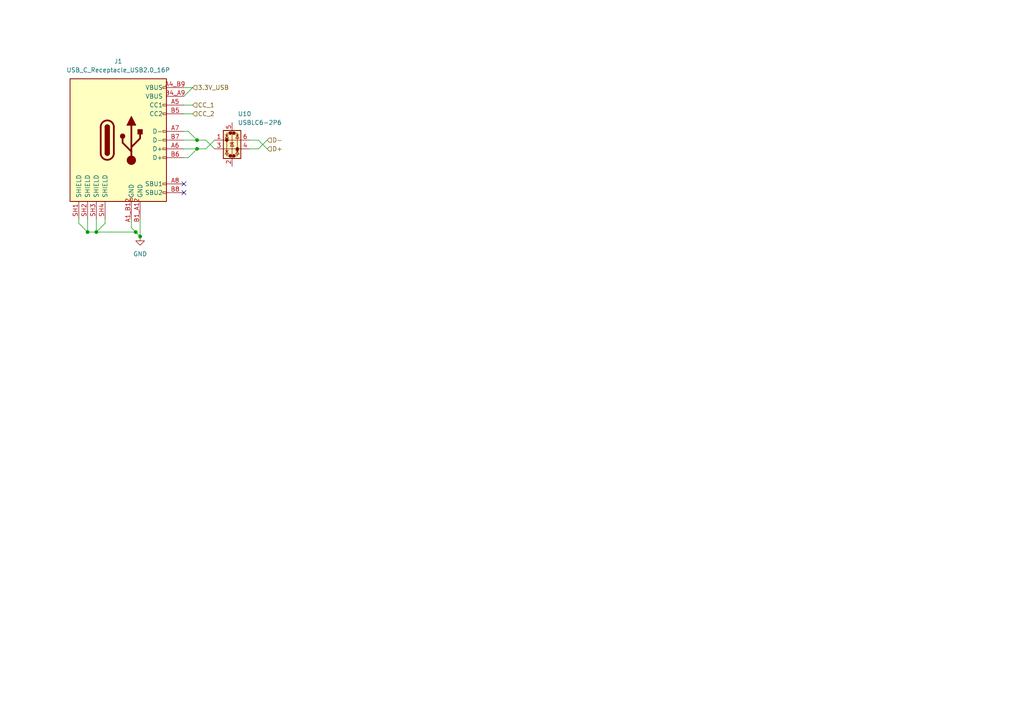
<source format=kicad_sch>
(kicad_sch (version 20250114) (generator "eeschema") (generator_version "9.0")
  (paper "A4")
  (lib_symbols
    (symbol "Connector:USB_C_Receptacle_USB2.0_16P" (pin_names (offset 1.016))
      (property "Reference" "J" (at 0 22.225 0))
      (property "Value" "USB_C_Receptacle_USB2.0_16P" (at 0 19.685 0))
      (symbol "USB_C_Receptacle_USB2.0_16P_0_0"
        (rectangle (start -0.254 -17.78) (end 0.254 -16.764))
        (rectangle (start 10.16 15.494) (end 9.144 14.986))
        (rectangle (start 10.16 10.414) (end 9.144 9.906))
        (rectangle (start 10.16 7.874) (end 9.144 7.366))
        (rectangle (start 10.16 2.794) (end 9.144 2.286))
        (rectangle (start 10.16 0.254) (end 9.144 -0.254))
        (rectangle (start 10.16 -2.286) (end 9.144 -2.794))
        (rectangle (start 10.16 -4.826) (end 9.144 -5.334))
        (rectangle (start 10.16 -12.446) (end 9.144 -12.954))
        (rectangle (start 10.16 -14.986) (end 9.144 -15.494))
      )
      (symbol "USB_C_Receptacle_USB2.0_16P_0_1"
        (rectangle (start -17.78 17.78) (end 10.16 -17.78) (stroke (width 0.254)) (fill (type background)))
        (polyline (pts (xy -8.89 -3.81) (xy -8.89 3.81)) (stroke (width 0.508)))
        (rectangle (start -7.62 -3.81) (end -6.35 3.81) (stroke (width 0.254)) (fill (type outline)))
        (arc (start -7.62 3.81) (mid -6.985 4.4423) (end -6.35 3.81) (stroke (width 0.254)))
        (arc (start -7.62 3.81) (mid -6.985 4.4423) (end -6.35 3.81) (stroke (width 0.254)) (fill (type outline)))
        (arc (start -8.89 3.81) (mid -6.985 5.7067) (end -5.08 3.81) (stroke (width 0.508)))
        (arc (start -5.08 -3.81) (mid -6.985 -5.7067) (end -8.89 -3.81) (stroke (width 0.508)))
        (arc (start -6.35 -3.81) (mid -6.985 -4.4423) (end -7.62 -3.81) (stroke (width 0.254)))
        (arc (start -6.35 -3.81) (mid -6.985 -4.4423) (end -7.62 -3.81) (stroke (width 0.254)) (fill (type outline)))
        (polyline (pts (xy -5.08 3.81) (xy -5.08 -3.81)) (stroke (width 0.508)))
        (circle (center -2.54 1.143) (radius 0.635) (stroke (width 0.254)) (fill (type outline)))
        (polyline (pts (xy -1.27 4.318) (xy 0 6.858) (xy 1.27 4.318) (xy -1.27 4.318)) (stroke (width 0.254)) (fill (type outline)))
        (polyline (pts (xy 0 -2.032) (xy 2.54 0.508) (xy 2.54 1.778)) (stroke (width 0.508)))
        (polyline (pts (xy 0 -3.302) (xy -2.54 -0.762) (xy -2.54 0.508)) (stroke (width 0.508)))
        (polyline (pts (xy 0 -5.842) (xy 0 4.318)) (stroke (width 0.508)))
        (circle (center 0 -5.842) (radius 1.27) (fill (type outline)))
        (rectangle (start 1.905 1.778) (end 3.175 3.048) (stroke (width 0.254)) (fill (type outline)))
      )
      (symbol "USB_C_Receptacle_USB2.0_16P_1_1"
        (pin passive line (at -15.24 -22.86 90) (length 5.08) (name "SHIELD") (number "SH1"))
        (pin passive line (at -12.7 -22.86 90) (length 5.08) (name "SHIELD") (number "SH2"))
        (pin passive line (at -10.16 -22.86 90) (length 5.08) (name "SHIELD") (number "SH3"))
        (pin passive line (at -7.62 -22.86 90) (length 5.08) (name "SHIELD") (number "SH4"))
        (pin passive line (at 0 -22.86 90) (length 5.08) (hide yes) (name "GND") (number "A12"))
        (pin passive line (at 0 -22.86 90) (length 5.08) (name "GND") (number "A1_B12"))
        (pin passive line (at 0 -22.86 90) (length 5.08) (hide yes) (name "GND") (number "B1"))
        (pin passive line (at 0 -22.86 90) (length 5.08) (hide yes) (name "GND") (number "B12"))
        (pin passive line (at 2.54 -22.86 90) (length 5.08) (name "GND") (number "B1_A12"))
        (pin passive line (at 15.24 15.24 180) (length 5.08) (name "VBUS") (number "A4_B9"))
        (pin passive line (at 15.24 15.24 180) (length 5.08) (hide yes) (name "VBUS") (number "A9"))
        (pin passive line (at 15.24 15.24 180) (length 5.08) (hide yes) (name "VBUS") (number "B4"))
        (pin passive line (at 15.24 15.24 180) (length 5.08) (hide yes) (name "VBUS") (number "B9"))
        (pin passive line (at 15.24 12.7 180) (length 5.08) (name "VBUS") (number "B4_A9"))
        (pin bidirectional line (at 15.24 10.16 180) (length 5.08) (name "CC1") (number "A5"))
        (pin bidirectional line (at 15.24 7.62 180) (length 5.08) (name "CC2") (number "B5"))
        (pin bidirectional line (at 15.24 2.54 180) (length 5.08) (name "D-") (number "A7"))
        (pin bidirectional line (at 15.24 0 180) (length 5.08) (name "D-") (number "B7"))
        (pin bidirectional line (at 15.24 -2.54 180) (length 5.08) (name "D+") (number "A6"))
        (pin bidirectional line (at 15.24 -5.08 180) (length 5.08) (name "D+") (number "B6"))
        (pin bidirectional line (at 15.24 -12.7 180) (length 5.08) (name "SBU1") (number "A8"))
        (pin bidirectional line (at 15.24 -15.24 180) (length 5.08) (name "SBU2") (number "B8"))
      )
    )
    (symbol "Power_Protection:USBLC6-2P6" (pin_names (hide yes))
      (property "Reference" "U" (at 0.635 5.715 0))
      (property "Value" "USBLC6-2P6" (at 0.635 3.81 0))
      (symbol "USBLC6-2P6_0_0"
        (circle (center -1.524 0) (radius 0.0001) (stroke (width 0.508)))
        (circle (center -0.508 2.032) (radius 0.0001) (stroke (width 0.508)))
        (circle (center -0.508 -4.572) (radius 0.0001) (stroke (width 0.508)))
        (circle (center 0.508 2.032) (radius 0.0001) (stroke (width 0.508)))
        (circle (center 0.508 -4.572) (radius 0.0001) (stroke (width 0.508)))
        (circle (center 1.524 -2.54) (radius 0.0001) (stroke (width 0.508)))
      )
      (symbol "USBLC6-2P6_0_1"
        (polyline (pts (xy -2.54 0) (xy 2.54 0)))
        (polyline (pts (xy -2.54 -2.54) (xy 2.54 -2.54)))
        (polyline (pts (xy -2.032 0.508) (xy -1.016 0.508) (xy -1.524 1.524) (xy -2.032 0.508)))
        (polyline (pts (xy -2.032 -3.048) (xy -1.016 -3.048)))
        (polyline (pts (xy -1.016 1.524) (xy -2.032 1.524)))
        (polyline (pts (xy -1.016 -4.064) (xy -2.032 -4.064) (xy -1.524 -3.048) (xy -1.016 -4.064)))
        (polyline (pts (xy -0.508 -1.143) (xy -0.508 -0.762) (xy 0.508 -0.762)))
        (polyline (pts (xy 0 2.54) (xy -0.508 2.032) (xy 0.508 2.032) (xy 0 1.524) (xy 0 -4.064) (xy -0.508 -4.572) (xy 0.508 -4.572) (xy 0 -5.08)))
        (polyline (pts (xy 0.508 -1.778) (xy -0.508 -1.778) (xy 0 -0.762) (xy 0.508 -1.778)))
        (polyline (pts (xy 1.016 1.524) (xy 2.032 1.524)))
        (polyline (pts (xy 1.016 -3.048) (xy 2.032 -3.048)))
        (polyline (pts (xy 2.032 0.508) (xy 1.016 0.508) (xy 1.524 1.524) (xy 2.032 0.508)))
        (polyline (pts (xy 2.032 -4.064) (xy 1.016 -4.064) (xy 1.524 -3.048) (xy 2.032 -4.064)))
      )
      (symbol "USBLC6-2P6_1_1"
        (rectangle (start -2.54 2.794) (end 2.54 -5.334) (stroke (width 0.254)) (fill (type background)))
        (polyline (pts (xy -0.508 2.032) (xy -1.524 2.032) (xy -1.524 -4.572) (xy -0.508 -4.572)))
        (polyline (pts (xy 0.508 -4.572) (xy 1.524 -4.572) (xy 1.524 2.032) (xy 0.508 2.032)))
        (pin passive line (at -5.08 0 0) (length 2.54) (name "I/O1") (number "1"))
        (pin passive line (at -5.08 -2.54 0) (length 2.54) (name "I/O2") (number "3"))
        (pin passive line (at 0 5.08 270) (length 2.54) (name "VBUS") (number "5"))
        (pin passive line (at 0 -7.62 90) (length 2.54) (name "GND") (number "2"))
        (pin passive line (at 5.08 0 180) (length 2.54) (name "I/O1") (number "6"))
        (pin passive line (at 5.08 -2.54 180) (length 2.54) (name "I/O2") (number "4"))
      )
    )
    (symbol "power:GND" (power) (pin_numbers (hide yes)) (pin_names (offset 0) (hide yes))
      (property "Value" "GND" (at 0 -3.81 0))
      (symbol "GND_0_1"
        (polyline (pts (xy 0 0) (xy 0 -1.27) (xy 1.27 -1.27) (xy 0 -2.54) (xy -1.27 -1.27) (xy 0 -1.27)))
      )
      (symbol "GND_1_1"
        (pin power_in line (at 0 0 270) (length 0) (name "~") (number "1"))
      )
    )
  )
  (junction (at 25.4 67.31))
  (junction (at 40.64 68.58))
  (junction (at 57.15 40.64))
  (junction (at 57.15 43.18))
  (junction (at 27.94 67.31))
  (junction (at 39.37 67.31))
  (no_connect (at 53.34 53.34))
  (no_connect (at 53.34 55.88))
  (wire (pts (xy 72.39 43.18) (xy 74.93 43.18)))
  (wire (pts (xy 74.93 40.64) (xy 77.47 43.18)))
  (wire (pts (xy 38.1 66.04) (xy 39.37 67.31)))
  (wire (pts (xy 53.34 45.72) (xy 54.61 45.72)))
  (wire (pts (xy 39.37 67.31) (xy 40.64 68.58)))
  (wire (pts (xy 53.34 25.4) (xy 55.88 25.4)))
  (wire (pts (xy 57.15 43.18) (xy 59.69 43.18)))
  (wire (pts (xy 27.94 67.31) (xy 30.48 64.77)))
  (wire (pts (xy 72.39 40.64) (xy 74.93 40.64)))
  (wire (pts (xy 59.69 40.64) (xy 62.23 43.18)))
  (wire (pts (xy 53.34 27.94) (xy 55.88 25.4)))
  (wire (pts (xy 38.1 63.5) (xy 38.1 66.04)))
  (wire (pts (xy 54.61 38.1) (xy 57.15 40.64)))
  (wire (pts (xy 27.94 67.31) (xy 39.37 67.31)))
  (wire (pts (xy 53.34 38.1) (xy 54.61 38.1)))
  (wire (pts (xy 74.93 43.18) (xy 77.47 40.64)))
  (wire (pts (xy 30.48 63.5) (xy 30.48 64.77)))
  (wire (pts (xy 55.88 33.02) (xy 53.34 33.02)))
  (wire (pts (xy 25.4 67.31) (xy 27.94 67.31)))
  (wire (pts (xy 57.15 40.64) (xy 59.69 40.64)))
  (wire (pts (xy 53.34 40.64) (xy 57.15 40.64)))
  (wire (pts (xy 40.64 63.5) (xy 40.64 68.58)))
  (wire (pts (xy 22.86 64.77) (xy 25.4 67.31)))
  (wire (pts (xy 22.86 63.5) (xy 22.86 64.77)))
  (wire (pts (xy 27.94 63.5) (xy 27.94 67.31)))
  (wire (pts (xy 54.61 45.72) (xy 57.15 43.18)))
  (wire (pts (xy 59.69 43.18) (xy 62.23 40.64)))
  (wire (pts (xy 53.34 43.18) (xy 57.15 43.18)))
  (wire (pts (xy 55.88 30.48) (xy 53.34 30.48)))
  (wire (pts (xy 25.4 63.5) (xy 25.4 67.31)))
  (hierarchical_label "CC_1" (shape input) (at 55.88 30.48 0))
  (hierarchical_label "D-" (shape input) (at 77.47 40.64 0))
  (hierarchical_label "CC_2" (shape input) (at 55.88 33.02 0))
  (hierarchical_label "D+" (shape input) (at 77.47 43.18 0))
  (hierarchical_label "3.3V_USB" (shape input) (at 55.88 25.4 0))
  (symbol (lib_id "power:GND") (at 40.64 68.58 0) (unit 1)
    (property "Reference" "#PWR04" (effects (hide yes)))
    (property "Value" "GND" (at 40.64 73.66 0))
    (property "Description" "Power symbol creates a global label with name \"GND\" , ground" (effects (hide yes)))
  )
  (symbol (lib_id "Connector:USB_C_Receptacle_USB2.0_16P") (at 38.1 40.64 0) (unit 1)
    (property "Reference" "J1" (at 34.29 17.78 0))
    (property "Value" "USB_C_Receptacle_USB2.0_16P" (at 34.29 20.32 0))
    (property "Datasheet" "https://www.usb.org/sites/default/files/documents/usb_type-c.zip" (effects (hide yes)))
    (property "Description" "USB 2.0-only 16P Type-C Receptacle connector" (effects (hide yes)))
  )
  (symbol (lib_id "Power_Protection:USBLC6-2P6") (at 67.31 40.64 0) (unit 1)
    (property "Reference" "U10" (at 68.9611 33.02 0) (effects (justify left)))
    (property "Value" "USBLC6-2P6" (at 68.9611 35.56 0) (effects (justify left)))
    (property "Footprint" "Package_TO_SOT_SMD:SOT-666" (effects (hide yes)))
    (property "Datasheet" "https://www.st.com/resource/en/datasheet/usblc6-2.pdf" (effects (hide yes)))
    (property "Description" "Very low capacitance ESD protection diode, 2 data-line, SOT-666" (effects (hide yes)))
  )
)
</source>
